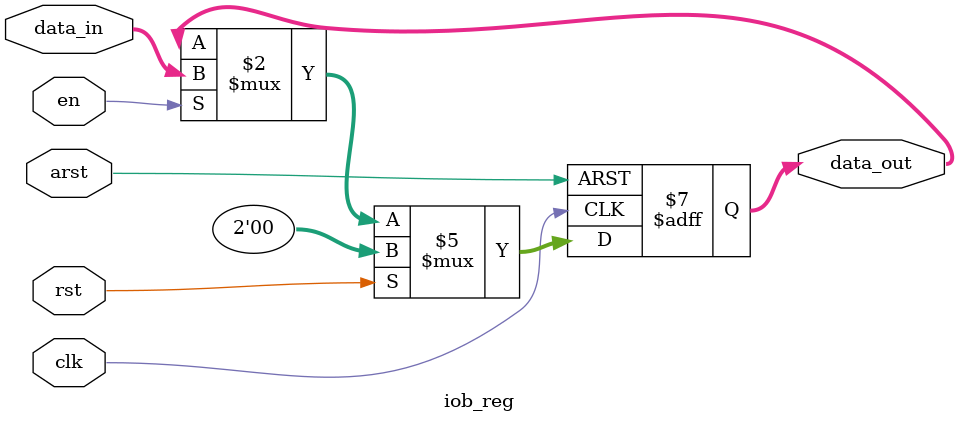
<source format=v>
`timescale 1ns / 1ps

module iob_reg
  #(
    parameter DATA_W = 0,
    parameter RST_VAL = 0
    )
   (
    input                   clk,
    input                   arst,
    input                   rst,
    input                   en,
    input [DATA_W-1:0]      data_in,
    output reg [DATA_W-1:0] data_out
    );

   // prevent width mismatch
   localparam [DATA_W-1:0] RST_VAL_INT = RST_VAL;
   
   always @(posedge clk, posedge arst) begin
      if (arst) begin
         data_out <= RST_VAL_INT;
      end else if (rst) begin
         data_out <= RST_VAL_INT;
      end else if (en) begin
         data_out <= data_in;
      end
   end

endmodule

</source>
